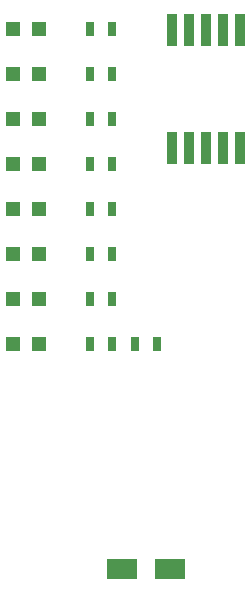
<source format=gbr>
G04 #@! TF.FileFunction,Paste,Top*
%FSLAX46Y46*%
G04 Gerber Fmt 4.6, Leading zero omitted, Abs format (unit mm)*
G04 Created by KiCad (PCBNEW 4.0.7) date 04/06/18 15:52:27*
%MOMM*%
%LPD*%
G01*
G04 APERTURE LIST*
%ADD10C,0.100000*%
%ADD11R,0.900000X2.800000*%
%ADD12R,0.700000X1.300000*%
%ADD13R,1.200000X1.200000*%
%ADD14R,2.500000X1.800000*%
G04 APERTURE END LIST*
D10*
D11*
X144440000Y-109140000D03*
X145880000Y-109140000D03*
X147320000Y-109140000D03*
X148760000Y-109140000D03*
X150200000Y-109140000D03*
X150200000Y-99140000D03*
X148760000Y-99140000D03*
X147320000Y-99140000D03*
X145880000Y-99140000D03*
X144440000Y-99140000D03*
D12*
X137480000Y-99060000D03*
X139380000Y-99060000D03*
X137480000Y-102870000D03*
X139380000Y-102870000D03*
X137480000Y-106680000D03*
X139380000Y-106680000D03*
X137480000Y-110490000D03*
X139380000Y-110490000D03*
X137480000Y-114300000D03*
X139380000Y-114300000D03*
X137480000Y-118110000D03*
X139380000Y-118110000D03*
X137480000Y-121920000D03*
X139380000Y-121920000D03*
X137480000Y-125730000D03*
X139380000Y-125730000D03*
D13*
X133180000Y-99060000D03*
X130980000Y-99060000D03*
X133180000Y-102870000D03*
X130980000Y-102870000D03*
X133180000Y-106680000D03*
X130980000Y-106680000D03*
X133180000Y-110490000D03*
X130980000Y-110490000D03*
X133180000Y-114300000D03*
X130980000Y-114300000D03*
X133180000Y-118110000D03*
X130980000Y-118110000D03*
X133180000Y-121920000D03*
X130980000Y-121920000D03*
X133180000Y-125730000D03*
X130980000Y-125730000D03*
D12*
X141290000Y-125730000D03*
X143190000Y-125730000D03*
D14*
X140240000Y-144780000D03*
X144240000Y-144780000D03*
M02*

</source>
